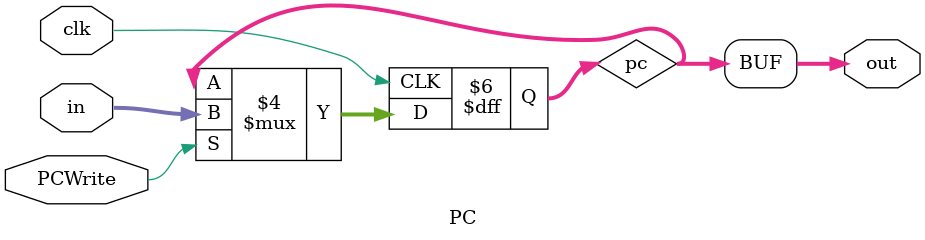
<source format=v>
module PC(PCWrite, clk, in, out);

input wire clk;
input wire [31:0] in;
input wire PCWrite;
output wire [31:0] out;

reg [31:0] pc = 0;


always @(posedge clk) begin
    if(PCWrite == 1'b1) begin
        pc <= in;
    end
end

assign out = pc;

endmodule

</source>
